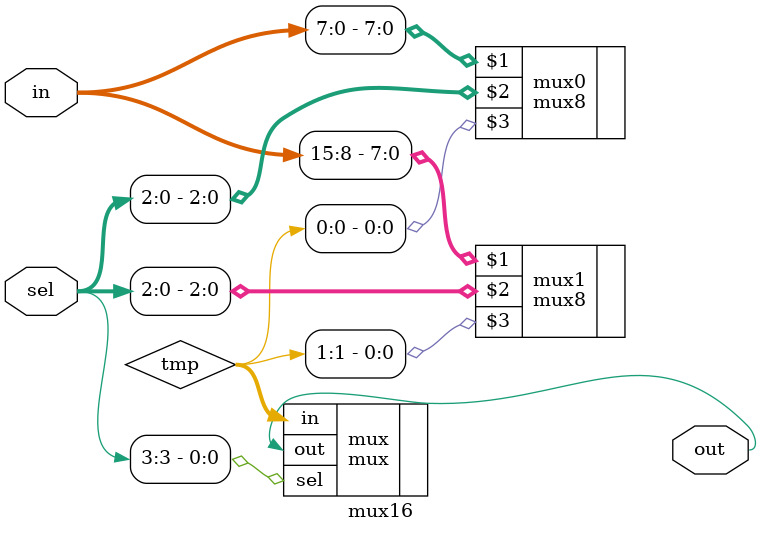
<source format=v>
module mux16(
  input [15:0] in,
  input [3:0] sel,
  output out);
  
  wire [1:0] tmp;
  
  mux8 mux0(in[7:0],sel[2:0],tmp[0]);
  mux8 mux1(in[15:8],sel[2:0],tmp[1]);  
  mux mux(.in(tmp),.sel(sel[3]),.out(out));
endmodule

</source>
